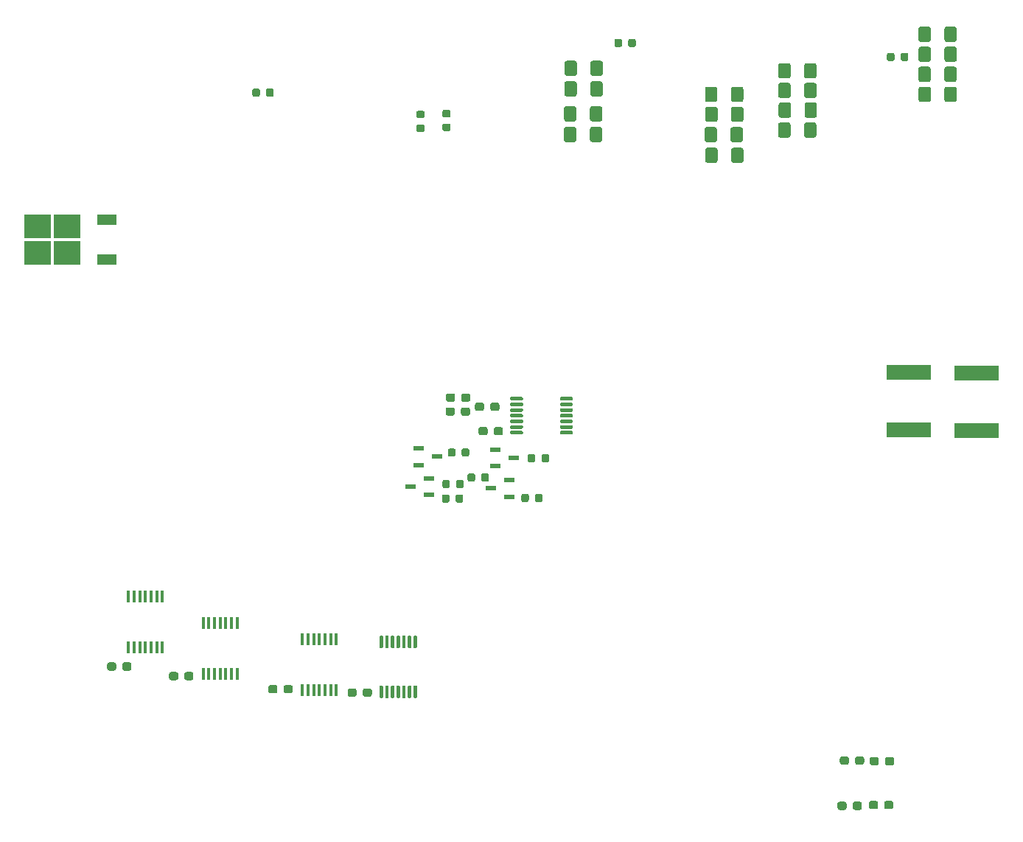
<source format=gbr>
%TF.GenerationSoftware,KiCad,Pcbnew,(5.1.6)-1*%
%TF.CreationDate,2021-03-29T16:14:19-07:00*%
%TF.ProjectId,expansion,65787061-6e73-4696-9f6e-2e6b69636164,1.03*%
%TF.SameCoordinates,Original*%
%TF.FileFunction,Paste,Bot*%
%TF.FilePolarity,Positive*%
%FSLAX46Y46*%
G04 Gerber Fmt 4.6, Leading zero omitted, Abs format (unit mm)*
G04 Created by KiCad (PCBNEW (5.1.6)-1) date 2021-03-29 16:14:19*
%MOMM*%
%LPD*%
G01*
G04 APERTURE LIST*
%ADD10R,5.080000X1.778000*%
%ADD11R,2.200000X1.200000*%
%ADD12R,3.050000X2.750000*%
%ADD13R,0.450000X1.475000*%
%ADD14R,1.300000X0.600000*%
G04 APERTURE END LIST*
D10*
%TO.C,D6*%
X134400000Y-76752000D03*
X134400000Y-70148000D03*
%TD*%
%TO.C,D7*%
X142200000Y-70198000D03*
X142200000Y-76802000D03*
%TD*%
D11*
%TO.C,D5*%
X42300000Y-52620000D03*
X42300000Y-57180000D03*
D12*
X34325000Y-56425000D03*
X37675000Y-53375000D03*
X34325000Y-53375000D03*
X37675000Y-56425000D03*
%TD*%
%TO.C,D1*%
G36*
G01*
X130960001Y-114537499D02*
X130960001Y-115012499D01*
G75*
G02*
X130722501Y-115249999I-237500J0D01*
G01*
X130147501Y-115249999D01*
G75*
G02*
X129910001Y-115012499I0J237500D01*
G01*
X129910001Y-114537499D01*
G75*
G02*
X130147501Y-114299999I237500J0D01*
G01*
X130722501Y-114299999D01*
G75*
G02*
X130960001Y-114537499I0J-237500D01*
G01*
G37*
G36*
G01*
X132710001Y-114537499D02*
X132710001Y-115012499D01*
G75*
G02*
X132472501Y-115249999I-237500J0D01*
G01*
X131897501Y-115249999D01*
G75*
G02*
X131660001Y-115012499I0J237500D01*
G01*
X131660001Y-114537499D01*
G75*
G02*
X131897501Y-114299999I237500J0D01*
G01*
X132472501Y-114299999D01*
G75*
G02*
X132710001Y-114537499I0J-237500D01*
G01*
G37*
%TD*%
%TO.C,D2*%
G36*
G01*
X132625000Y-119562500D02*
X132625000Y-120037500D01*
G75*
G02*
X132387500Y-120275000I-237500J0D01*
G01*
X131812500Y-120275000D01*
G75*
G02*
X131575000Y-120037500I0J237500D01*
G01*
X131575000Y-119562500D01*
G75*
G02*
X131812500Y-119325000I237500J0D01*
G01*
X132387500Y-119325000D01*
G75*
G02*
X132625000Y-119562500I0J-237500D01*
G01*
G37*
G36*
G01*
X130875000Y-119562500D02*
X130875000Y-120037500D01*
G75*
G02*
X130637500Y-120275000I-237500J0D01*
G01*
X130062500Y-120275000D01*
G75*
G02*
X129825000Y-120037500I0J237500D01*
G01*
X129825000Y-119562500D01*
G75*
G02*
X130062500Y-119325000I237500J0D01*
G01*
X130637500Y-119325000D01*
G75*
G02*
X130875000Y-119562500I0J-237500D01*
G01*
G37*
%TD*%
%TO.C,R8*%
G36*
G01*
X99250000Y-34585000D02*
X99250000Y-35835000D01*
G75*
G02*
X99000000Y-36085000I-250000J0D01*
G01*
X98075000Y-36085000D01*
G75*
G02*
X97825000Y-35835000I0J250000D01*
G01*
X97825000Y-34585000D01*
G75*
G02*
X98075000Y-34335000I250000J0D01*
G01*
X99000000Y-34335000D01*
G75*
G02*
X99250000Y-34585000I0J-250000D01*
G01*
G37*
G36*
G01*
X96275000Y-34585000D02*
X96275000Y-35835000D01*
G75*
G02*
X96025000Y-36085000I-250000J0D01*
G01*
X95100000Y-36085000D01*
G75*
G02*
X94850000Y-35835000I0J250000D01*
G01*
X94850000Y-34585000D01*
G75*
G02*
X95100000Y-34335000I250000J0D01*
G01*
X96025000Y-34335000D01*
G75*
G02*
X96275000Y-34585000I0J-250000D01*
G01*
G37*
%TD*%
%TO.C,R9*%
G36*
G01*
X96262500Y-36945000D02*
X96262500Y-38195000D01*
G75*
G02*
X96012500Y-38445000I-250000J0D01*
G01*
X95087500Y-38445000D01*
G75*
G02*
X94837500Y-38195000I0J250000D01*
G01*
X94837500Y-36945000D01*
G75*
G02*
X95087500Y-36695000I250000J0D01*
G01*
X96012500Y-36695000D01*
G75*
G02*
X96262500Y-36945000I0J-250000D01*
G01*
G37*
G36*
G01*
X99237500Y-36945000D02*
X99237500Y-38195000D01*
G75*
G02*
X98987500Y-38445000I-250000J0D01*
G01*
X98062500Y-38445000D01*
G75*
G02*
X97812500Y-38195000I0J250000D01*
G01*
X97812500Y-36945000D01*
G75*
G02*
X98062500Y-36695000I250000J0D01*
G01*
X98987500Y-36695000D01*
G75*
G02*
X99237500Y-36945000I0J-250000D01*
G01*
G37*
%TD*%
%TO.C,R10*%
G36*
G01*
X110937500Y-43450000D02*
X110937500Y-42200000D01*
G75*
G02*
X111187500Y-41950000I250000J0D01*
G01*
X112112500Y-41950000D01*
G75*
G02*
X112362500Y-42200000I0J-250000D01*
G01*
X112362500Y-43450000D01*
G75*
G02*
X112112500Y-43700000I-250000J0D01*
G01*
X111187500Y-43700000D01*
G75*
G02*
X110937500Y-43450000I0J250000D01*
G01*
G37*
G36*
G01*
X113912500Y-43450000D02*
X113912500Y-42200000D01*
G75*
G02*
X114162500Y-41950000I250000J0D01*
G01*
X115087500Y-41950000D01*
G75*
G02*
X115337500Y-42200000I0J-250000D01*
G01*
X115337500Y-43450000D01*
G75*
G02*
X115087500Y-43700000I-250000J0D01*
G01*
X114162500Y-43700000D01*
G75*
G02*
X113912500Y-43450000I0J250000D01*
G01*
G37*
%TD*%
%TO.C,R11*%
G36*
G01*
X96217500Y-39815000D02*
X96217500Y-41065000D01*
G75*
G02*
X95967500Y-41315000I-250000J0D01*
G01*
X95042500Y-41315000D01*
G75*
G02*
X94792500Y-41065000I0J250000D01*
G01*
X94792500Y-39815000D01*
G75*
G02*
X95042500Y-39565000I250000J0D01*
G01*
X95967500Y-39565000D01*
G75*
G02*
X96217500Y-39815000I0J-250000D01*
G01*
G37*
G36*
G01*
X99192500Y-39815000D02*
X99192500Y-41065000D01*
G75*
G02*
X98942500Y-41315000I-250000J0D01*
G01*
X98017500Y-41315000D01*
G75*
G02*
X97767500Y-41065000I0J250000D01*
G01*
X97767500Y-39815000D01*
G75*
G02*
X98017500Y-39565000I250000J0D01*
G01*
X98942500Y-39565000D01*
G75*
G02*
X99192500Y-39815000I0J-250000D01*
G01*
G37*
%TD*%
%TO.C,R12*%
G36*
G01*
X111012500Y-41125000D02*
X111012500Y-39875000D01*
G75*
G02*
X111262500Y-39625000I250000J0D01*
G01*
X112187500Y-39625000D01*
G75*
G02*
X112437500Y-39875000I0J-250000D01*
G01*
X112437500Y-41125000D01*
G75*
G02*
X112187500Y-41375000I-250000J0D01*
G01*
X111262500Y-41375000D01*
G75*
G02*
X111012500Y-41125000I0J250000D01*
G01*
G37*
G36*
G01*
X113987500Y-41125000D02*
X113987500Y-39875000D01*
G75*
G02*
X114237500Y-39625000I250000J0D01*
G01*
X115162500Y-39625000D01*
G75*
G02*
X115412500Y-39875000I0J-250000D01*
G01*
X115412500Y-41125000D01*
G75*
G02*
X115162500Y-41375000I-250000J0D01*
G01*
X114237500Y-41375000D01*
G75*
G02*
X113987500Y-41125000I0J250000D01*
G01*
G37*
%TD*%
%TO.C,R13*%
G36*
G01*
X96207500Y-42185000D02*
X96207500Y-43435000D01*
G75*
G02*
X95957500Y-43685000I-250000J0D01*
G01*
X95032500Y-43685000D01*
G75*
G02*
X94782500Y-43435000I0J250000D01*
G01*
X94782500Y-42185000D01*
G75*
G02*
X95032500Y-41935000I250000J0D01*
G01*
X95957500Y-41935000D01*
G75*
G02*
X96207500Y-42185000I0J-250000D01*
G01*
G37*
G36*
G01*
X99182500Y-42185000D02*
X99182500Y-43435000D01*
G75*
G02*
X98932500Y-43685000I-250000J0D01*
G01*
X98007500Y-43685000D01*
G75*
G02*
X97757500Y-43435000I0J250000D01*
G01*
X97757500Y-42185000D01*
G75*
G02*
X98007500Y-41935000I250000J0D01*
G01*
X98932500Y-41935000D01*
G75*
G02*
X99182500Y-42185000I0J-250000D01*
G01*
G37*
%TD*%
%TO.C,R14*%
G36*
G01*
X110987500Y-38825000D02*
X110987500Y-37575000D01*
G75*
G02*
X111237500Y-37325000I250000J0D01*
G01*
X112162500Y-37325000D01*
G75*
G02*
X112412500Y-37575000I0J-250000D01*
G01*
X112412500Y-38825000D01*
G75*
G02*
X112162500Y-39075000I-250000J0D01*
G01*
X111237500Y-39075000D01*
G75*
G02*
X110987500Y-38825000I0J250000D01*
G01*
G37*
G36*
G01*
X113962500Y-38825000D02*
X113962500Y-37575000D01*
G75*
G02*
X114212500Y-37325000I250000J0D01*
G01*
X115137500Y-37325000D01*
G75*
G02*
X115387500Y-37575000I0J-250000D01*
G01*
X115387500Y-38825000D01*
G75*
G02*
X115137500Y-39075000I-250000J0D01*
G01*
X114212500Y-39075000D01*
G75*
G02*
X113962500Y-38825000I0J250000D01*
G01*
G37*
%TD*%
%TO.C,R15*%
G36*
G01*
X128225000Y-114937500D02*
X128225000Y-114462500D01*
G75*
G02*
X128462500Y-114225000I237500J0D01*
G01*
X129037500Y-114225000D01*
G75*
G02*
X129275000Y-114462500I0J-237500D01*
G01*
X129275000Y-114937500D01*
G75*
G02*
X129037500Y-115175000I-237500J0D01*
G01*
X128462500Y-115175000D01*
G75*
G02*
X128225000Y-114937500I0J237500D01*
G01*
G37*
G36*
G01*
X126475000Y-114937500D02*
X126475000Y-114462500D01*
G75*
G02*
X126712500Y-114225000I237500J0D01*
G01*
X127287500Y-114225000D01*
G75*
G02*
X127525000Y-114462500I0J-237500D01*
G01*
X127525000Y-114937500D01*
G75*
G02*
X127287500Y-115175000I-237500J0D01*
G01*
X126712500Y-115175000D01*
G75*
G02*
X126475000Y-114937500I0J237500D01*
G01*
G37*
%TD*%
%TO.C,R16*%
G36*
G01*
X126200000Y-120137500D02*
X126200000Y-119662500D01*
G75*
G02*
X126437500Y-119425000I237500J0D01*
G01*
X127012500Y-119425000D01*
G75*
G02*
X127250000Y-119662500I0J-237500D01*
G01*
X127250000Y-120137500D01*
G75*
G02*
X127012500Y-120375000I-237500J0D01*
G01*
X126437500Y-120375000D01*
G75*
G02*
X126200000Y-120137500I0J237500D01*
G01*
G37*
G36*
G01*
X127950000Y-120137500D02*
X127950000Y-119662500D01*
G75*
G02*
X128187500Y-119425000I237500J0D01*
G01*
X128762500Y-119425000D01*
G75*
G02*
X129000000Y-119662500I0J-237500D01*
G01*
X129000000Y-120137500D01*
G75*
G02*
X128762500Y-120375000I-237500J0D01*
G01*
X128187500Y-120375000D01*
G75*
G02*
X127950000Y-120137500I0J237500D01*
G01*
G37*
%TD*%
%TO.C,U4*%
G36*
G01*
X73700000Y-106062500D02*
X73900000Y-106062500D01*
G75*
G02*
X74000000Y-106162500I0J-100000D01*
G01*
X74000000Y-107437500D01*
G75*
G02*
X73900000Y-107537500I-100000J0D01*
G01*
X73700000Y-107537500D01*
G75*
G02*
X73600000Y-107437500I0J100000D01*
G01*
X73600000Y-106162500D01*
G75*
G02*
X73700000Y-106062500I100000J0D01*
G01*
G37*
G36*
G01*
X74350000Y-106062500D02*
X74550000Y-106062500D01*
G75*
G02*
X74650000Y-106162500I0J-100000D01*
G01*
X74650000Y-107437500D01*
G75*
G02*
X74550000Y-107537500I-100000J0D01*
G01*
X74350000Y-107537500D01*
G75*
G02*
X74250000Y-107437500I0J100000D01*
G01*
X74250000Y-106162500D01*
G75*
G02*
X74350000Y-106062500I100000J0D01*
G01*
G37*
G36*
G01*
X75000000Y-106062500D02*
X75200000Y-106062500D01*
G75*
G02*
X75300000Y-106162500I0J-100000D01*
G01*
X75300000Y-107437500D01*
G75*
G02*
X75200000Y-107537500I-100000J0D01*
G01*
X75000000Y-107537500D01*
G75*
G02*
X74900000Y-107437500I0J100000D01*
G01*
X74900000Y-106162500D01*
G75*
G02*
X75000000Y-106062500I100000J0D01*
G01*
G37*
G36*
G01*
X75650000Y-106062500D02*
X75850000Y-106062500D01*
G75*
G02*
X75950000Y-106162500I0J-100000D01*
G01*
X75950000Y-107437500D01*
G75*
G02*
X75850000Y-107537500I-100000J0D01*
G01*
X75650000Y-107537500D01*
G75*
G02*
X75550000Y-107437500I0J100000D01*
G01*
X75550000Y-106162500D01*
G75*
G02*
X75650000Y-106062500I100000J0D01*
G01*
G37*
G36*
G01*
X76300000Y-106062500D02*
X76500000Y-106062500D01*
G75*
G02*
X76600000Y-106162500I0J-100000D01*
G01*
X76600000Y-107437500D01*
G75*
G02*
X76500000Y-107537500I-100000J0D01*
G01*
X76300000Y-107537500D01*
G75*
G02*
X76200000Y-107437500I0J100000D01*
G01*
X76200000Y-106162500D01*
G75*
G02*
X76300000Y-106062500I100000J0D01*
G01*
G37*
G36*
G01*
X76950000Y-106062500D02*
X77150000Y-106062500D01*
G75*
G02*
X77250000Y-106162500I0J-100000D01*
G01*
X77250000Y-107437500D01*
G75*
G02*
X77150000Y-107537500I-100000J0D01*
G01*
X76950000Y-107537500D01*
G75*
G02*
X76850000Y-107437500I0J100000D01*
G01*
X76850000Y-106162500D01*
G75*
G02*
X76950000Y-106062500I100000J0D01*
G01*
G37*
G36*
G01*
X77600000Y-106062500D02*
X77800000Y-106062500D01*
G75*
G02*
X77900000Y-106162500I0J-100000D01*
G01*
X77900000Y-107437500D01*
G75*
G02*
X77800000Y-107537500I-100000J0D01*
G01*
X77600000Y-107537500D01*
G75*
G02*
X77500000Y-107437500I0J100000D01*
G01*
X77500000Y-106162500D01*
G75*
G02*
X77600000Y-106062500I100000J0D01*
G01*
G37*
G36*
G01*
X77600000Y-100337500D02*
X77800000Y-100337500D01*
G75*
G02*
X77900000Y-100437500I0J-100000D01*
G01*
X77900000Y-101712500D01*
G75*
G02*
X77800000Y-101812500I-100000J0D01*
G01*
X77600000Y-101812500D01*
G75*
G02*
X77500000Y-101712500I0J100000D01*
G01*
X77500000Y-100437500D01*
G75*
G02*
X77600000Y-100337500I100000J0D01*
G01*
G37*
G36*
G01*
X76950000Y-100337500D02*
X77150000Y-100337500D01*
G75*
G02*
X77250000Y-100437500I0J-100000D01*
G01*
X77250000Y-101712500D01*
G75*
G02*
X77150000Y-101812500I-100000J0D01*
G01*
X76950000Y-101812500D01*
G75*
G02*
X76850000Y-101712500I0J100000D01*
G01*
X76850000Y-100437500D01*
G75*
G02*
X76950000Y-100337500I100000J0D01*
G01*
G37*
G36*
G01*
X76300000Y-100337500D02*
X76500000Y-100337500D01*
G75*
G02*
X76600000Y-100437500I0J-100000D01*
G01*
X76600000Y-101712500D01*
G75*
G02*
X76500000Y-101812500I-100000J0D01*
G01*
X76300000Y-101812500D01*
G75*
G02*
X76200000Y-101712500I0J100000D01*
G01*
X76200000Y-100437500D01*
G75*
G02*
X76300000Y-100337500I100000J0D01*
G01*
G37*
G36*
G01*
X75650000Y-100337500D02*
X75850000Y-100337500D01*
G75*
G02*
X75950000Y-100437500I0J-100000D01*
G01*
X75950000Y-101712500D01*
G75*
G02*
X75850000Y-101812500I-100000J0D01*
G01*
X75650000Y-101812500D01*
G75*
G02*
X75550000Y-101712500I0J100000D01*
G01*
X75550000Y-100437500D01*
G75*
G02*
X75650000Y-100337500I100000J0D01*
G01*
G37*
G36*
G01*
X75000000Y-100337500D02*
X75200000Y-100337500D01*
G75*
G02*
X75300000Y-100437500I0J-100000D01*
G01*
X75300000Y-101712500D01*
G75*
G02*
X75200000Y-101812500I-100000J0D01*
G01*
X75000000Y-101812500D01*
G75*
G02*
X74900000Y-101712500I0J100000D01*
G01*
X74900000Y-100437500D01*
G75*
G02*
X75000000Y-100337500I100000J0D01*
G01*
G37*
G36*
G01*
X74350000Y-100337500D02*
X74550000Y-100337500D01*
G75*
G02*
X74650000Y-100437500I0J-100000D01*
G01*
X74650000Y-101712500D01*
G75*
G02*
X74550000Y-101812500I-100000J0D01*
G01*
X74350000Y-101812500D01*
G75*
G02*
X74250000Y-101712500I0J100000D01*
G01*
X74250000Y-100437500D01*
G75*
G02*
X74350000Y-100337500I100000J0D01*
G01*
G37*
G36*
G01*
X73700000Y-100337500D02*
X73900000Y-100337500D01*
G75*
G02*
X74000000Y-100437500I0J-100000D01*
G01*
X74000000Y-101712500D01*
G75*
G02*
X73900000Y-101812500I-100000J0D01*
G01*
X73700000Y-101812500D01*
G75*
G02*
X73600000Y-101712500I0J100000D01*
G01*
X73600000Y-100437500D01*
G75*
G02*
X73700000Y-100337500I100000J0D01*
G01*
G37*
%TD*%
D13*
%TO.C,U1*%
X44750000Y-95862000D03*
X45400000Y-95862000D03*
X46050000Y-95862000D03*
X46700000Y-95862000D03*
X47350000Y-95862000D03*
X48000000Y-95862000D03*
X48650000Y-95862000D03*
X48650000Y-101738000D03*
X48000000Y-101738000D03*
X47350000Y-101738000D03*
X46700000Y-101738000D03*
X46050000Y-101738000D03*
X45400000Y-101738000D03*
X44750000Y-101738000D03*
%TD*%
%TO.C,U2*%
X53350000Y-98900000D03*
X54000000Y-98900000D03*
X54650000Y-98900000D03*
X55300000Y-98900000D03*
X55950000Y-98900000D03*
X56600000Y-98900000D03*
X57250000Y-98900000D03*
X57250000Y-104776000D03*
X56600000Y-104776000D03*
X55950000Y-104776000D03*
X55300000Y-104776000D03*
X54650000Y-104776000D03*
X54000000Y-104776000D03*
X53350000Y-104776000D03*
%TD*%
%TO.C,U3*%
X64750000Y-100762000D03*
X65400000Y-100762000D03*
X66050000Y-100762000D03*
X66700000Y-100762000D03*
X67350000Y-100762000D03*
X68000000Y-100762000D03*
X68650000Y-100762000D03*
X68650000Y-106638000D03*
X68000000Y-106638000D03*
X67350000Y-106638000D03*
X66700000Y-106638000D03*
X66050000Y-106638000D03*
X65400000Y-106638000D03*
X64750000Y-106638000D03*
%TD*%
%TO.C,D4*%
G36*
G01*
X82975000Y-73262500D02*
X82975000Y-72787500D01*
G75*
G02*
X83212500Y-72550000I237500J0D01*
G01*
X83787500Y-72550000D01*
G75*
G02*
X84025000Y-72787500I0J-237500D01*
G01*
X84025000Y-73262500D01*
G75*
G02*
X83787500Y-73500000I-237500J0D01*
G01*
X83212500Y-73500000D01*
G75*
G02*
X82975000Y-73262500I0J237500D01*
G01*
G37*
G36*
G01*
X81225000Y-73262500D02*
X81225000Y-72787500D01*
G75*
G02*
X81462500Y-72550000I237500J0D01*
G01*
X82037500Y-72550000D01*
G75*
G02*
X82275000Y-72787500I0J-237500D01*
G01*
X82275000Y-73262500D01*
G75*
G02*
X82037500Y-73500000I-237500J0D01*
G01*
X81462500Y-73500000D01*
G75*
G02*
X81225000Y-73262500I0J237500D01*
G01*
G37*
%TD*%
%TO.C,R2*%
G36*
G01*
X120825000Y-34875000D02*
X120825000Y-36125000D01*
G75*
G02*
X120575000Y-36375000I-250000J0D01*
G01*
X119650000Y-36375000D01*
G75*
G02*
X119400000Y-36125000I0J250000D01*
G01*
X119400000Y-34875000D01*
G75*
G02*
X119650000Y-34625000I250000J0D01*
G01*
X120575000Y-34625000D01*
G75*
G02*
X120825000Y-34875000I0J-250000D01*
G01*
G37*
G36*
G01*
X123800000Y-34875000D02*
X123800000Y-36125000D01*
G75*
G02*
X123550000Y-36375000I-250000J0D01*
G01*
X122625000Y-36375000D01*
G75*
G02*
X122375000Y-36125000I0J250000D01*
G01*
X122375000Y-34875000D01*
G75*
G02*
X122625000Y-34625000I250000J0D01*
G01*
X123550000Y-34625000D01*
G75*
G02*
X123800000Y-34875000I0J-250000D01*
G01*
G37*
%TD*%
%TO.C,R3*%
G36*
G01*
X135512500Y-38825000D02*
X135512500Y-37575000D01*
G75*
G02*
X135762500Y-37325000I250000J0D01*
G01*
X136687500Y-37325000D01*
G75*
G02*
X136937500Y-37575000I0J-250000D01*
G01*
X136937500Y-38825000D01*
G75*
G02*
X136687500Y-39075000I-250000J0D01*
G01*
X135762500Y-39075000D01*
G75*
G02*
X135512500Y-38825000I0J250000D01*
G01*
G37*
G36*
G01*
X138487500Y-38825000D02*
X138487500Y-37575000D01*
G75*
G02*
X138737500Y-37325000I250000J0D01*
G01*
X139662500Y-37325000D01*
G75*
G02*
X139912500Y-37575000I0J-250000D01*
G01*
X139912500Y-38825000D01*
G75*
G02*
X139662500Y-39075000I-250000J0D01*
G01*
X138737500Y-39075000D01*
G75*
G02*
X138487500Y-38825000I0J250000D01*
G01*
G37*
%TD*%
%TO.C,R4*%
G36*
G01*
X138487500Y-34225000D02*
X138487500Y-32975000D01*
G75*
G02*
X138737500Y-32725000I250000J0D01*
G01*
X139662500Y-32725000D01*
G75*
G02*
X139912500Y-32975000I0J-250000D01*
G01*
X139912500Y-34225000D01*
G75*
G02*
X139662500Y-34475000I-250000J0D01*
G01*
X138737500Y-34475000D01*
G75*
G02*
X138487500Y-34225000I0J250000D01*
G01*
G37*
G36*
G01*
X135512500Y-34225000D02*
X135512500Y-32975000D01*
G75*
G02*
X135762500Y-32725000I250000J0D01*
G01*
X136687500Y-32725000D01*
G75*
G02*
X136937500Y-32975000I0J-250000D01*
G01*
X136937500Y-34225000D01*
G75*
G02*
X136687500Y-34475000I-250000J0D01*
G01*
X135762500Y-34475000D01*
G75*
G02*
X135512500Y-34225000I0J250000D01*
G01*
G37*
%TD*%
%TO.C,R5*%
G36*
G01*
X123787500Y-41675000D02*
X123787500Y-42925000D01*
G75*
G02*
X123537500Y-43175000I-250000J0D01*
G01*
X122612500Y-43175000D01*
G75*
G02*
X122362500Y-42925000I0J250000D01*
G01*
X122362500Y-41675000D01*
G75*
G02*
X122612500Y-41425000I250000J0D01*
G01*
X123537500Y-41425000D01*
G75*
G02*
X123787500Y-41675000I0J-250000D01*
G01*
G37*
G36*
G01*
X120812500Y-41675000D02*
X120812500Y-42925000D01*
G75*
G02*
X120562500Y-43175000I-250000J0D01*
G01*
X119637500Y-43175000D01*
G75*
G02*
X119387500Y-42925000I0J250000D01*
G01*
X119387500Y-41675000D01*
G75*
G02*
X119637500Y-41425000I250000J0D01*
G01*
X120562500Y-41425000D01*
G75*
G02*
X120812500Y-41675000I0J-250000D01*
G01*
G37*
%TD*%
%TO.C,R6*%
G36*
G01*
X133462500Y-34156250D02*
X133462500Y-33643750D01*
G75*
G02*
X133681250Y-33425000I218750J0D01*
G01*
X134118750Y-33425000D01*
G75*
G02*
X134337500Y-33643750I0J-218750D01*
G01*
X134337500Y-34156250D01*
G75*
G02*
X134118750Y-34375000I-218750J0D01*
G01*
X133681250Y-34375000D01*
G75*
G02*
X133462500Y-34156250I0J218750D01*
G01*
G37*
G36*
G01*
X131887500Y-34156250D02*
X131887500Y-33643750D01*
G75*
G02*
X132106250Y-33425000I218750J0D01*
G01*
X132543750Y-33425000D01*
G75*
G02*
X132762500Y-33643750I0J-218750D01*
G01*
X132762500Y-34156250D01*
G75*
G02*
X132543750Y-34375000I-218750J0D01*
G01*
X132106250Y-34375000D01*
G75*
G02*
X131887500Y-34156250I0J218750D01*
G01*
G37*
%TD*%
%TO.C,R7*%
G36*
G01*
X123800000Y-37125000D02*
X123800000Y-38375000D01*
G75*
G02*
X123550000Y-38625000I-250000J0D01*
G01*
X122625000Y-38625000D01*
G75*
G02*
X122375000Y-38375000I0J250000D01*
G01*
X122375000Y-37125000D01*
G75*
G02*
X122625000Y-36875000I250000J0D01*
G01*
X123550000Y-36875000D01*
G75*
G02*
X123800000Y-37125000I0J-250000D01*
G01*
G37*
G36*
G01*
X120825000Y-37125000D02*
X120825000Y-38375000D01*
G75*
G02*
X120575000Y-38625000I-250000J0D01*
G01*
X119650000Y-38625000D01*
G75*
G02*
X119400000Y-38375000I0J250000D01*
G01*
X119400000Y-37125000D01*
G75*
G02*
X119650000Y-36875000I250000J0D01*
G01*
X120575000Y-36875000D01*
G75*
G02*
X120825000Y-37125000I0J-250000D01*
G01*
G37*
%TD*%
%TO.C,R17*%
G36*
G01*
X138475000Y-36525000D02*
X138475000Y-35275000D01*
G75*
G02*
X138725000Y-35025000I250000J0D01*
G01*
X139650000Y-35025000D01*
G75*
G02*
X139900000Y-35275000I0J-250000D01*
G01*
X139900000Y-36525000D01*
G75*
G02*
X139650000Y-36775000I-250000J0D01*
G01*
X138725000Y-36775000D01*
G75*
G02*
X138475000Y-36525000I0J250000D01*
G01*
G37*
G36*
G01*
X135500000Y-36525000D02*
X135500000Y-35275000D01*
G75*
G02*
X135750000Y-35025000I250000J0D01*
G01*
X136675000Y-35025000D01*
G75*
G02*
X136925000Y-35275000I0J-250000D01*
G01*
X136925000Y-36525000D01*
G75*
G02*
X136675000Y-36775000I-250000J0D01*
G01*
X135750000Y-36775000D01*
G75*
G02*
X135500000Y-36525000I0J250000D01*
G01*
G37*
%TD*%
%TO.C,R18*%
G36*
G01*
X138487500Y-31925000D02*
X138487500Y-30675000D01*
G75*
G02*
X138737500Y-30425000I250000J0D01*
G01*
X139662500Y-30425000D01*
G75*
G02*
X139912500Y-30675000I0J-250000D01*
G01*
X139912500Y-31925000D01*
G75*
G02*
X139662500Y-32175000I-250000J0D01*
G01*
X138737500Y-32175000D01*
G75*
G02*
X138487500Y-31925000I0J250000D01*
G01*
G37*
G36*
G01*
X135512500Y-31925000D02*
X135512500Y-30675000D01*
G75*
G02*
X135762500Y-30425000I250000J0D01*
G01*
X136687500Y-30425000D01*
G75*
G02*
X136937500Y-30675000I0J-250000D01*
G01*
X136937500Y-31925000D01*
G75*
G02*
X136687500Y-32175000I-250000J0D01*
G01*
X135762500Y-32175000D01*
G75*
G02*
X135512500Y-31925000I0J250000D01*
G01*
G37*
%TD*%
%TO.C,R19*%
G36*
G01*
X123850000Y-39375000D02*
X123850000Y-40625000D01*
G75*
G02*
X123600000Y-40875000I-250000J0D01*
G01*
X122675000Y-40875000D01*
G75*
G02*
X122425000Y-40625000I0J250000D01*
G01*
X122425000Y-39375000D01*
G75*
G02*
X122675000Y-39125000I250000J0D01*
G01*
X123600000Y-39125000D01*
G75*
G02*
X123850000Y-39375000I0J-250000D01*
G01*
G37*
G36*
G01*
X120875000Y-39375000D02*
X120875000Y-40625000D01*
G75*
G02*
X120625000Y-40875000I-250000J0D01*
G01*
X119700000Y-40875000D01*
G75*
G02*
X119450000Y-40625000I0J250000D01*
G01*
X119450000Y-39375000D01*
G75*
G02*
X119700000Y-39125000I250000J0D01*
G01*
X120625000Y-39125000D01*
G75*
G02*
X120875000Y-39375000I0J-250000D01*
G01*
G37*
%TD*%
%TO.C,R21*%
G36*
G01*
X111012500Y-45825000D02*
X111012500Y-44575000D01*
G75*
G02*
X111262500Y-44325000I250000J0D01*
G01*
X112187500Y-44325000D01*
G75*
G02*
X112437500Y-44575000I0J-250000D01*
G01*
X112437500Y-45825000D01*
G75*
G02*
X112187500Y-46075000I-250000J0D01*
G01*
X111262500Y-46075000D01*
G75*
G02*
X111012500Y-45825000I0J250000D01*
G01*
G37*
G36*
G01*
X113987500Y-45825000D02*
X113987500Y-44575000D01*
G75*
G02*
X114237500Y-44325000I250000J0D01*
G01*
X115162500Y-44325000D01*
G75*
G02*
X115412500Y-44575000I0J-250000D01*
G01*
X115412500Y-45825000D01*
G75*
G02*
X115162500Y-46075000I-250000J0D01*
G01*
X114237500Y-46075000D01*
G75*
G02*
X113987500Y-45825000I0J250000D01*
G01*
G37*
%TD*%
%TO.C,R22*%
G36*
G01*
X100587500Y-32556250D02*
X100587500Y-32043750D01*
G75*
G02*
X100806250Y-31825000I218750J0D01*
G01*
X101243750Y-31825000D01*
G75*
G02*
X101462500Y-32043750I0J-218750D01*
G01*
X101462500Y-32556250D01*
G75*
G02*
X101243750Y-32775000I-218750J0D01*
G01*
X100806250Y-32775000D01*
G75*
G02*
X100587500Y-32556250I0J218750D01*
G01*
G37*
G36*
G01*
X102162500Y-32556250D02*
X102162500Y-32043750D01*
G75*
G02*
X102381250Y-31825000I218750J0D01*
G01*
X102818750Y-31825000D01*
G75*
G02*
X103037500Y-32043750I0J-218750D01*
G01*
X103037500Y-32556250D01*
G75*
G02*
X102818750Y-32775000I-218750J0D01*
G01*
X102381250Y-32775000D01*
G75*
G02*
X102162500Y-32556250I0J218750D01*
G01*
G37*
%TD*%
%TO.C,R24*%
G36*
G01*
X82950000Y-74862500D02*
X82950000Y-74387500D01*
G75*
G02*
X83187500Y-74150000I237500J0D01*
G01*
X83762500Y-74150000D01*
G75*
G02*
X84000000Y-74387500I0J-237500D01*
G01*
X84000000Y-74862500D01*
G75*
G02*
X83762500Y-75100000I-237500J0D01*
G01*
X83187500Y-75100000D01*
G75*
G02*
X82950000Y-74862500I0J237500D01*
G01*
G37*
G36*
G01*
X81200000Y-74862500D02*
X81200000Y-74387500D01*
G75*
G02*
X81437500Y-74150000I237500J0D01*
G01*
X82012500Y-74150000D01*
G75*
G02*
X82250000Y-74387500I0J-237500D01*
G01*
X82250000Y-74862500D01*
G75*
G02*
X82012500Y-75100000I-237500J0D01*
G01*
X81437500Y-75100000D01*
G75*
G02*
X81200000Y-74862500I0J237500D01*
G01*
G37*
%TD*%
%TO.C,R25*%
G36*
G01*
X81543750Y-42425000D02*
X81031250Y-42425000D01*
G75*
G02*
X80812500Y-42206250I0J218750D01*
G01*
X80812500Y-41768750D01*
G75*
G02*
X81031250Y-41550000I218750J0D01*
G01*
X81543750Y-41550000D01*
G75*
G02*
X81762500Y-41768750I0J-218750D01*
G01*
X81762500Y-42206250D01*
G75*
G02*
X81543750Y-42425000I-218750J0D01*
G01*
G37*
G36*
G01*
X81543750Y-40850000D02*
X81031250Y-40850000D01*
G75*
G02*
X80812500Y-40631250I0J218750D01*
G01*
X80812500Y-40193750D01*
G75*
G02*
X81031250Y-39975000I218750J0D01*
G01*
X81543750Y-39975000D01*
G75*
G02*
X81762500Y-40193750I0J-218750D01*
G01*
X81762500Y-40631250D01*
G75*
G02*
X81543750Y-40850000I-218750J0D01*
G01*
G37*
%TD*%
%TO.C,R26*%
G36*
G01*
X78556250Y-40950000D02*
X78043750Y-40950000D01*
G75*
G02*
X77825000Y-40731250I0J218750D01*
G01*
X77825000Y-40293750D01*
G75*
G02*
X78043750Y-40075000I218750J0D01*
G01*
X78556250Y-40075000D01*
G75*
G02*
X78775000Y-40293750I0J-218750D01*
G01*
X78775000Y-40731250D01*
G75*
G02*
X78556250Y-40950000I-218750J0D01*
G01*
G37*
G36*
G01*
X78556250Y-42525000D02*
X78043750Y-42525000D01*
G75*
G02*
X77825000Y-42306250I0J218750D01*
G01*
X77825000Y-41868750D01*
G75*
G02*
X78043750Y-41650000I218750J0D01*
G01*
X78556250Y-41650000D01*
G75*
G02*
X78775000Y-41868750I0J-218750D01*
G01*
X78775000Y-42306250D01*
G75*
G02*
X78556250Y-42525000I-218750J0D01*
G01*
G37*
%TD*%
%TO.C,R27*%
G36*
G01*
X58987500Y-38256250D02*
X58987500Y-37743750D01*
G75*
G02*
X59206250Y-37525000I218750J0D01*
G01*
X59643750Y-37525000D01*
G75*
G02*
X59862500Y-37743750I0J-218750D01*
G01*
X59862500Y-38256250D01*
G75*
G02*
X59643750Y-38475000I-218750J0D01*
G01*
X59206250Y-38475000D01*
G75*
G02*
X58987500Y-38256250I0J218750D01*
G01*
G37*
G36*
G01*
X60562500Y-38256250D02*
X60562500Y-37743750D01*
G75*
G02*
X60781250Y-37525000I218750J0D01*
G01*
X61218750Y-37525000D01*
G75*
G02*
X61437500Y-37743750I0J-218750D01*
G01*
X61437500Y-38256250D01*
G75*
G02*
X61218750Y-38475000I-218750J0D01*
G01*
X60781250Y-38475000D01*
G75*
G02*
X60562500Y-38256250I0J218750D01*
G01*
G37*
%TD*%
%TO.C,C4*%
G36*
G01*
X49425000Y-105237500D02*
X49425000Y-104762500D01*
G75*
G02*
X49662500Y-104525000I237500J0D01*
G01*
X50237500Y-104525000D01*
G75*
G02*
X50475000Y-104762500I0J-237500D01*
G01*
X50475000Y-105237500D01*
G75*
G02*
X50237500Y-105475000I-237500J0D01*
G01*
X49662500Y-105475000D01*
G75*
G02*
X49425000Y-105237500I0J237500D01*
G01*
G37*
G36*
G01*
X51175000Y-105237500D02*
X51175000Y-104762500D01*
G75*
G02*
X51412500Y-104525000I237500J0D01*
G01*
X51987500Y-104525000D01*
G75*
G02*
X52225000Y-104762500I0J-237500D01*
G01*
X52225000Y-105237500D01*
G75*
G02*
X51987500Y-105475000I-237500J0D01*
G01*
X51412500Y-105475000D01*
G75*
G02*
X51175000Y-105237500I0J237500D01*
G01*
G37*
%TD*%
%TO.C,C5*%
G36*
G01*
X45100000Y-103662500D02*
X45100000Y-104137500D01*
G75*
G02*
X44862500Y-104375000I-237500J0D01*
G01*
X44287500Y-104375000D01*
G75*
G02*
X44050000Y-104137500I0J237500D01*
G01*
X44050000Y-103662500D01*
G75*
G02*
X44287500Y-103425000I237500J0D01*
G01*
X44862500Y-103425000D01*
G75*
G02*
X45100000Y-103662500I0J-237500D01*
G01*
G37*
G36*
G01*
X43350000Y-103662500D02*
X43350000Y-104137500D01*
G75*
G02*
X43112500Y-104375000I-237500J0D01*
G01*
X42537500Y-104375000D01*
G75*
G02*
X42300000Y-104137500I0J237500D01*
G01*
X42300000Y-103662500D01*
G75*
G02*
X42537500Y-103425000I237500J0D01*
G01*
X43112500Y-103425000D01*
G75*
G02*
X43350000Y-103662500I0J-237500D01*
G01*
G37*
%TD*%
%TO.C,C6*%
G36*
G01*
X71675000Y-107137500D02*
X71675000Y-106662500D01*
G75*
G02*
X71912500Y-106425000I237500J0D01*
G01*
X72487500Y-106425000D01*
G75*
G02*
X72725000Y-106662500I0J-237500D01*
G01*
X72725000Y-107137500D01*
G75*
G02*
X72487500Y-107375000I-237500J0D01*
G01*
X71912500Y-107375000D01*
G75*
G02*
X71675000Y-107137500I0J237500D01*
G01*
G37*
G36*
G01*
X69925000Y-107137500D02*
X69925000Y-106662500D01*
G75*
G02*
X70162500Y-106425000I237500J0D01*
G01*
X70737500Y-106425000D01*
G75*
G02*
X70975000Y-106662500I0J-237500D01*
G01*
X70975000Y-107137500D01*
G75*
G02*
X70737500Y-107375000I-237500J0D01*
G01*
X70162500Y-107375000D01*
G75*
G02*
X69925000Y-107137500I0J237500D01*
G01*
G37*
%TD*%
%TO.C,C7*%
G36*
G01*
X62575000Y-106737500D02*
X62575000Y-106262500D01*
G75*
G02*
X62812500Y-106025000I237500J0D01*
G01*
X63387500Y-106025000D01*
G75*
G02*
X63625000Y-106262500I0J-237500D01*
G01*
X63625000Y-106737500D01*
G75*
G02*
X63387500Y-106975000I-237500J0D01*
G01*
X62812500Y-106975000D01*
G75*
G02*
X62575000Y-106737500I0J237500D01*
G01*
G37*
G36*
G01*
X60825000Y-106737500D02*
X60825000Y-106262500D01*
G75*
G02*
X61062500Y-106025000I237500J0D01*
G01*
X61637500Y-106025000D01*
G75*
G02*
X61875000Y-106262500I0J-237500D01*
G01*
X61875000Y-106737500D01*
G75*
G02*
X61637500Y-106975000I-237500J0D01*
G01*
X61062500Y-106975000D01*
G75*
G02*
X60825000Y-106737500I0J237500D01*
G01*
G37*
%TD*%
%TO.C,C1*%
G36*
G01*
X86025000Y-76637500D02*
X86025000Y-77112500D01*
G75*
G02*
X85787500Y-77350000I-237500J0D01*
G01*
X85212500Y-77350000D01*
G75*
G02*
X84975000Y-77112500I0J237500D01*
G01*
X84975000Y-76637500D01*
G75*
G02*
X85212500Y-76400000I237500J0D01*
G01*
X85787500Y-76400000D01*
G75*
G02*
X86025000Y-76637500I0J-237500D01*
G01*
G37*
G36*
G01*
X87775000Y-76637500D02*
X87775000Y-77112500D01*
G75*
G02*
X87537500Y-77350000I-237500J0D01*
G01*
X86962500Y-77350000D01*
G75*
G02*
X86725000Y-77112500I0J237500D01*
G01*
X86725000Y-76637500D01*
G75*
G02*
X86962500Y-76400000I237500J0D01*
G01*
X87537500Y-76400000D01*
G75*
G02*
X87775000Y-76637500I0J-237500D01*
G01*
G37*
%TD*%
%TO.C,C2*%
G36*
G01*
X87365000Y-73842500D02*
X87365000Y-74317500D01*
G75*
G02*
X87127500Y-74555000I-237500J0D01*
G01*
X86552500Y-74555000D01*
G75*
G02*
X86315000Y-74317500I0J237500D01*
G01*
X86315000Y-73842500D01*
G75*
G02*
X86552500Y-73605000I237500J0D01*
G01*
X87127500Y-73605000D01*
G75*
G02*
X87365000Y-73842500I0J-237500D01*
G01*
G37*
G36*
G01*
X85615000Y-73842500D02*
X85615000Y-74317500D01*
G75*
G02*
X85377500Y-74555000I-237500J0D01*
G01*
X84802500Y-74555000D01*
G75*
G02*
X84565000Y-74317500I0J237500D01*
G01*
X84565000Y-73842500D01*
G75*
G02*
X84802500Y-73605000I237500J0D01*
G01*
X85377500Y-73605000D01*
G75*
G02*
X85615000Y-73842500I0J-237500D01*
G01*
G37*
%TD*%
D14*
%TO.C,Q1*%
X77200000Y-83250000D03*
X79300000Y-84200000D03*
X79300000Y-82300000D03*
%TD*%
%TO.C,Q2*%
X78100000Y-80750000D03*
X78100000Y-78850000D03*
X80200000Y-79800000D03*
%TD*%
%TO.C,Q3*%
X86400000Y-83450000D03*
X88500000Y-84400000D03*
X88500000Y-82500000D03*
%TD*%
%TO.C,Q4*%
X86910000Y-80890000D03*
X86910000Y-78990000D03*
X89010000Y-79940000D03*
%TD*%
%TO.C,R1*%
G36*
G01*
X80762500Y-84881250D02*
X80762500Y-84368750D01*
G75*
G02*
X80981250Y-84150000I218750J0D01*
G01*
X81418750Y-84150000D01*
G75*
G02*
X81637500Y-84368750I0J-218750D01*
G01*
X81637500Y-84881250D01*
G75*
G02*
X81418750Y-85100000I-218750J0D01*
G01*
X80981250Y-85100000D01*
G75*
G02*
X80762500Y-84881250I0J218750D01*
G01*
G37*
G36*
G01*
X82337500Y-84881250D02*
X82337500Y-84368750D01*
G75*
G02*
X82556250Y-84150000I218750J0D01*
G01*
X82993750Y-84150000D01*
G75*
G02*
X83212500Y-84368750I0J-218750D01*
G01*
X83212500Y-84881250D01*
G75*
G02*
X82993750Y-85100000I-218750J0D01*
G01*
X82556250Y-85100000D01*
G75*
G02*
X82337500Y-84881250I0J218750D01*
G01*
G37*
%TD*%
%TO.C,R20*%
G36*
G01*
X82387500Y-83206250D02*
X82387500Y-82693750D01*
G75*
G02*
X82606250Y-82475000I218750J0D01*
G01*
X83043750Y-82475000D01*
G75*
G02*
X83262500Y-82693750I0J-218750D01*
G01*
X83262500Y-83206250D01*
G75*
G02*
X83043750Y-83425000I-218750J0D01*
G01*
X82606250Y-83425000D01*
G75*
G02*
X82387500Y-83206250I0J218750D01*
G01*
G37*
G36*
G01*
X80812500Y-83206250D02*
X80812500Y-82693750D01*
G75*
G02*
X81031250Y-82475000I218750J0D01*
G01*
X81468750Y-82475000D01*
G75*
G02*
X81687500Y-82693750I0J-218750D01*
G01*
X81687500Y-83206250D01*
G75*
G02*
X81468750Y-83425000I-218750J0D01*
G01*
X81031250Y-83425000D01*
G75*
G02*
X80812500Y-83206250I0J218750D01*
G01*
G37*
%TD*%
%TO.C,R23*%
G36*
G01*
X83907500Y-79073750D02*
X83907500Y-79586250D01*
G75*
G02*
X83688750Y-79805000I-218750J0D01*
G01*
X83251250Y-79805000D01*
G75*
G02*
X83032500Y-79586250I0J218750D01*
G01*
X83032500Y-79073750D01*
G75*
G02*
X83251250Y-78855000I218750J0D01*
G01*
X83688750Y-78855000D01*
G75*
G02*
X83907500Y-79073750I0J-218750D01*
G01*
G37*
G36*
G01*
X82332500Y-79073750D02*
X82332500Y-79586250D01*
G75*
G02*
X82113750Y-79805000I-218750J0D01*
G01*
X81676250Y-79805000D01*
G75*
G02*
X81457500Y-79586250I0J218750D01*
G01*
X81457500Y-79073750D01*
G75*
G02*
X81676250Y-78855000I218750J0D01*
G01*
X82113750Y-78855000D01*
G75*
G02*
X82332500Y-79073750I0J-218750D01*
G01*
G37*
%TD*%
%TO.C,R28*%
G36*
G01*
X91450000Y-84806250D02*
X91450000Y-84293750D01*
G75*
G02*
X91668750Y-84075000I218750J0D01*
G01*
X92106250Y-84075000D01*
G75*
G02*
X92325000Y-84293750I0J-218750D01*
G01*
X92325000Y-84806250D01*
G75*
G02*
X92106250Y-85025000I-218750J0D01*
G01*
X91668750Y-85025000D01*
G75*
G02*
X91450000Y-84806250I0J218750D01*
G01*
G37*
G36*
G01*
X89875000Y-84806250D02*
X89875000Y-84293750D01*
G75*
G02*
X90093750Y-84075000I218750J0D01*
G01*
X90531250Y-84075000D01*
G75*
G02*
X90750000Y-84293750I0J-218750D01*
G01*
X90750000Y-84806250D01*
G75*
G02*
X90531250Y-85025000I-218750J0D01*
G01*
X90093750Y-85025000D01*
G75*
G02*
X89875000Y-84806250I0J218750D01*
G01*
G37*
%TD*%
%TO.C,R29*%
G36*
G01*
X86157500Y-81943750D02*
X86157500Y-82456250D01*
G75*
G02*
X85938750Y-82675000I-218750J0D01*
G01*
X85501250Y-82675000D01*
G75*
G02*
X85282500Y-82456250I0J218750D01*
G01*
X85282500Y-81943750D01*
G75*
G02*
X85501250Y-81725000I218750J0D01*
G01*
X85938750Y-81725000D01*
G75*
G02*
X86157500Y-81943750I0J-218750D01*
G01*
G37*
G36*
G01*
X84582500Y-81943750D02*
X84582500Y-82456250D01*
G75*
G02*
X84363750Y-82675000I-218750J0D01*
G01*
X83926250Y-82675000D01*
G75*
G02*
X83707500Y-82456250I0J218750D01*
G01*
X83707500Y-81943750D01*
G75*
G02*
X83926250Y-81725000I218750J0D01*
G01*
X84363750Y-81725000D01*
G75*
G02*
X84582500Y-81943750I0J-218750D01*
G01*
G37*
%TD*%
%TO.C,R30*%
G36*
G01*
X91502500Y-79723750D02*
X91502500Y-80236250D01*
G75*
G02*
X91283750Y-80455000I-218750J0D01*
G01*
X90846250Y-80455000D01*
G75*
G02*
X90627500Y-80236250I0J218750D01*
G01*
X90627500Y-79723750D01*
G75*
G02*
X90846250Y-79505000I218750J0D01*
G01*
X91283750Y-79505000D01*
G75*
G02*
X91502500Y-79723750I0J-218750D01*
G01*
G37*
G36*
G01*
X93077500Y-79723750D02*
X93077500Y-80236250D01*
G75*
G02*
X92858750Y-80455000I-218750J0D01*
G01*
X92421250Y-80455000D01*
G75*
G02*
X92202500Y-80236250I0J218750D01*
G01*
X92202500Y-79723750D01*
G75*
G02*
X92421250Y-79505000I218750J0D01*
G01*
X92858750Y-79505000D01*
G75*
G02*
X93077500Y-79723750I0J-218750D01*
G01*
G37*
%TD*%
%TO.C,U5*%
G36*
G01*
X88600000Y-77150000D02*
X88600000Y-76950000D01*
G75*
G02*
X88700000Y-76850000I100000J0D01*
G01*
X89975000Y-76850000D01*
G75*
G02*
X90075000Y-76950000I0J-100000D01*
G01*
X90075000Y-77150000D01*
G75*
G02*
X89975000Y-77250000I-100000J0D01*
G01*
X88700000Y-77250000D01*
G75*
G02*
X88600000Y-77150000I0J100000D01*
G01*
G37*
G36*
G01*
X88600000Y-76500000D02*
X88600000Y-76300000D01*
G75*
G02*
X88700000Y-76200000I100000J0D01*
G01*
X89975000Y-76200000D01*
G75*
G02*
X90075000Y-76300000I0J-100000D01*
G01*
X90075000Y-76500000D01*
G75*
G02*
X89975000Y-76600000I-100000J0D01*
G01*
X88700000Y-76600000D01*
G75*
G02*
X88600000Y-76500000I0J100000D01*
G01*
G37*
G36*
G01*
X88600000Y-75850000D02*
X88600000Y-75650000D01*
G75*
G02*
X88700000Y-75550000I100000J0D01*
G01*
X89975000Y-75550000D01*
G75*
G02*
X90075000Y-75650000I0J-100000D01*
G01*
X90075000Y-75850000D01*
G75*
G02*
X89975000Y-75950000I-100000J0D01*
G01*
X88700000Y-75950000D01*
G75*
G02*
X88600000Y-75850000I0J100000D01*
G01*
G37*
G36*
G01*
X88600000Y-75200000D02*
X88600000Y-75000000D01*
G75*
G02*
X88700000Y-74900000I100000J0D01*
G01*
X89975000Y-74900000D01*
G75*
G02*
X90075000Y-75000000I0J-100000D01*
G01*
X90075000Y-75200000D01*
G75*
G02*
X89975000Y-75300000I-100000J0D01*
G01*
X88700000Y-75300000D01*
G75*
G02*
X88600000Y-75200000I0J100000D01*
G01*
G37*
G36*
G01*
X88600000Y-74550000D02*
X88600000Y-74350000D01*
G75*
G02*
X88700000Y-74250000I100000J0D01*
G01*
X89975000Y-74250000D01*
G75*
G02*
X90075000Y-74350000I0J-100000D01*
G01*
X90075000Y-74550000D01*
G75*
G02*
X89975000Y-74650000I-100000J0D01*
G01*
X88700000Y-74650000D01*
G75*
G02*
X88600000Y-74550000I0J100000D01*
G01*
G37*
G36*
G01*
X88600000Y-73900000D02*
X88600000Y-73700000D01*
G75*
G02*
X88700000Y-73600000I100000J0D01*
G01*
X89975000Y-73600000D01*
G75*
G02*
X90075000Y-73700000I0J-100000D01*
G01*
X90075000Y-73900000D01*
G75*
G02*
X89975000Y-74000000I-100000J0D01*
G01*
X88700000Y-74000000D01*
G75*
G02*
X88600000Y-73900000I0J100000D01*
G01*
G37*
G36*
G01*
X88600000Y-73250000D02*
X88600000Y-73050000D01*
G75*
G02*
X88700000Y-72950000I100000J0D01*
G01*
X89975000Y-72950000D01*
G75*
G02*
X90075000Y-73050000I0J-100000D01*
G01*
X90075000Y-73250000D01*
G75*
G02*
X89975000Y-73350000I-100000J0D01*
G01*
X88700000Y-73350000D01*
G75*
G02*
X88600000Y-73250000I0J100000D01*
G01*
G37*
G36*
G01*
X94325000Y-73250000D02*
X94325000Y-73050000D01*
G75*
G02*
X94425000Y-72950000I100000J0D01*
G01*
X95700000Y-72950000D01*
G75*
G02*
X95800000Y-73050000I0J-100000D01*
G01*
X95800000Y-73250000D01*
G75*
G02*
X95700000Y-73350000I-100000J0D01*
G01*
X94425000Y-73350000D01*
G75*
G02*
X94325000Y-73250000I0J100000D01*
G01*
G37*
G36*
G01*
X94325000Y-73900000D02*
X94325000Y-73700000D01*
G75*
G02*
X94425000Y-73600000I100000J0D01*
G01*
X95700000Y-73600000D01*
G75*
G02*
X95800000Y-73700000I0J-100000D01*
G01*
X95800000Y-73900000D01*
G75*
G02*
X95700000Y-74000000I-100000J0D01*
G01*
X94425000Y-74000000D01*
G75*
G02*
X94325000Y-73900000I0J100000D01*
G01*
G37*
G36*
G01*
X94325000Y-74550000D02*
X94325000Y-74350000D01*
G75*
G02*
X94425000Y-74250000I100000J0D01*
G01*
X95700000Y-74250000D01*
G75*
G02*
X95800000Y-74350000I0J-100000D01*
G01*
X95800000Y-74550000D01*
G75*
G02*
X95700000Y-74650000I-100000J0D01*
G01*
X94425000Y-74650000D01*
G75*
G02*
X94325000Y-74550000I0J100000D01*
G01*
G37*
G36*
G01*
X94325000Y-75200000D02*
X94325000Y-75000000D01*
G75*
G02*
X94425000Y-74900000I100000J0D01*
G01*
X95700000Y-74900000D01*
G75*
G02*
X95800000Y-75000000I0J-100000D01*
G01*
X95800000Y-75200000D01*
G75*
G02*
X95700000Y-75300000I-100000J0D01*
G01*
X94425000Y-75300000D01*
G75*
G02*
X94325000Y-75200000I0J100000D01*
G01*
G37*
G36*
G01*
X94325000Y-75850000D02*
X94325000Y-75650000D01*
G75*
G02*
X94425000Y-75550000I100000J0D01*
G01*
X95700000Y-75550000D01*
G75*
G02*
X95800000Y-75650000I0J-100000D01*
G01*
X95800000Y-75850000D01*
G75*
G02*
X95700000Y-75950000I-100000J0D01*
G01*
X94425000Y-75950000D01*
G75*
G02*
X94325000Y-75850000I0J100000D01*
G01*
G37*
G36*
G01*
X94325000Y-76500000D02*
X94325000Y-76300000D01*
G75*
G02*
X94425000Y-76200000I100000J0D01*
G01*
X95700000Y-76200000D01*
G75*
G02*
X95800000Y-76300000I0J-100000D01*
G01*
X95800000Y-76500000D01*
G75*
G02*
X95700000Y-76600000I-100000J0D01*
G01*
X94425000Y-76600000D01*
G75*
G02*
X94325000Y-76500000I0J100000D01*
G01*
G37*
G36*
G01*
X94325000Y-77150000D02*
X94325000Y-76950000D01*
G75*
G02*
X94425000Y-76850000I100000J0D01*
G01*
X95700000Y-76850000D01*
G75*
G02*
X95800000Y-76950000I0J-100000D01*
G01*
X95800000Y-77150000D01*
G75*
G02*
X95700000Y-77250000I-100000J0D01*
G01*
X94425000Y-77250000D01*
G75*
G02*
X94325000Y-77150000I0J100000D01*
G01*
G37*
%TD*%
M02*

</source>
